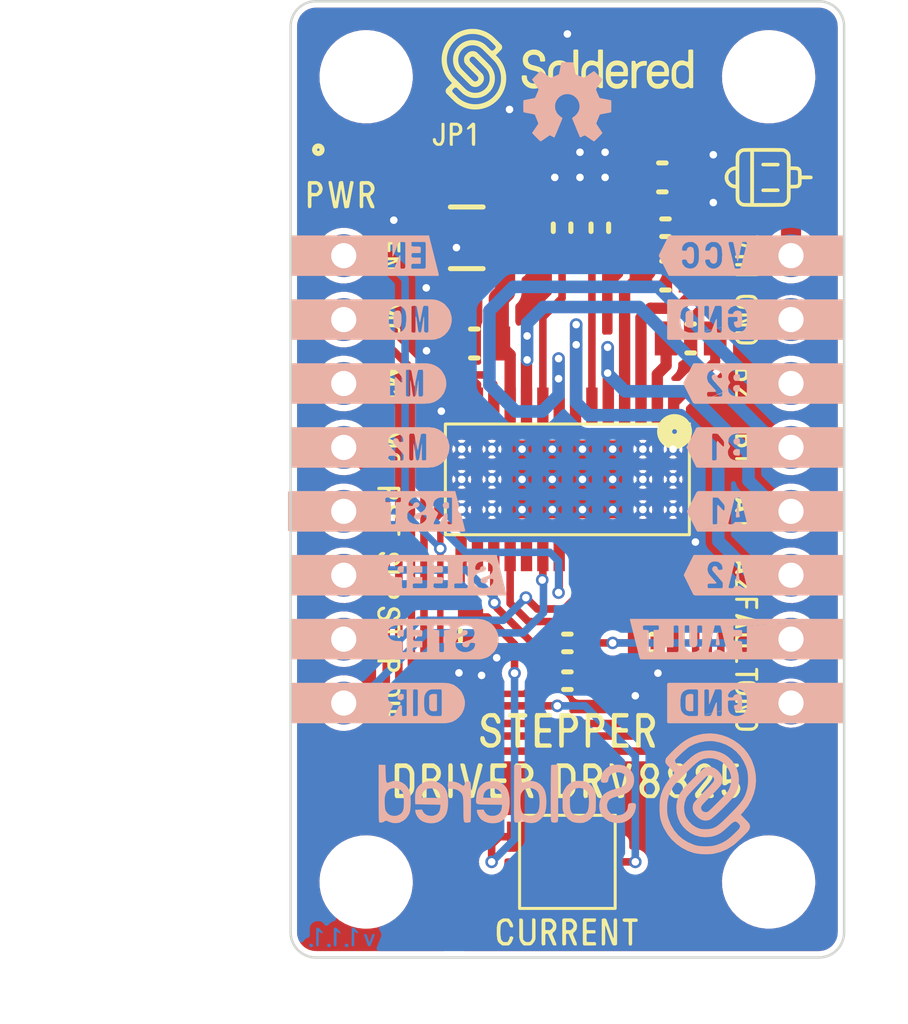
<source format=kicad_pcb>
(kicad_pcb (version 20210623) (generator pcbnew)
  (title_block (title "Stepper driver DRV8825") (date "2021-07-12") (rev "V1.1.1.") (company "SOLDERED") (comment 1 "333000"))
  (layers (0 "F.Cu" signal) (31 "B.Cu" signal) (34 "B.Paste" user) (35 "F.Paste" user) (36 "B.SilkS" user "B.Silkscreen") (37 "F.SilkS" user "F.Silkscreen") (38 "B.Mask" user) (39 "F.Mask" user) (44 "Edge.Cuts" user))
  (net 0 "")
  (net 1 "VMM")
  (net 2 "GND")
  (net 3 "3V3")
  (net 4 "~{EN}")
  (net 5 "MODE0")
  (net 6 "MODE1")
  (net 7 "MODE2")
  (net 8 "~{RESET}")
  (net 9 "~{SLEEP}")
  (net 10 "STEP")
  (net 11 "DIR")
  (net 12 "B2")
  (net 13 "B1")
  (net 14 "A1")
  (net 15 "A2")
  (net 16 "~{FAULT}")
  (net 17 "Net-(R1-Pad2)")
  (net 18 "Net-(R3-Pad2)")
  (net 19 "Net-(D1-Pad1)")
  (net 20 "Net-(R4-Pad2)")
  (net 21 "Net-(R5-Pad2)")
  (net 24 "DECAY")
  (net 25 "Net-(C4-Pad2)")
  (net 26 "Net-(C5-Pad1)")
  (net 27 "Net-(C5-Pad2)")
  (net 28 "Net-(JP1-Pad2)")
  (footprint "buzzardLabel" (layer "F.Cu") (at 99.112 124.65 -90)
    (fp_text reference "" (at 0 0 90) (layer "F.SilkS") (effects (font (size 1.27 1.27))))
    (fp_text value "" (at 0 0 90) (layer "F.SilkS") (effects (font (size 1.27 1.27))))
  )
  (footprint "e-radionica.com footprinti:HOLE_3.2mm" (layer "F.Cu") (at 100 147)
    (fp_text reference "H2" hide)
    (fp_text value "HOLE_3.2mm" hide)
    (pad "" np_thru_hole circle locked (at 0 0) (size 3.2 3.2) (drill 3.2) (layers F&B.Cu *.Mask))
  )
  (footprint "e-radionica.com footprinti:0603R" (layer "F.Cu") (at 92 137.5)
    (fp_text reference "R6")
    (fp_text value "10k")
    (pad "1" smd rect locked (at -0.775 0 90) (size 1 0.64) (layers "F.Cu" "F.Paste" "F.Mask") (net 9 "~{SLEEP}"))
    (pad "2" smd rect locked (at 0.775 0 90) (size 1 0.64) (layers "F.Cu" "F.Paste" "F.Mask") (net 16 "~{FAULT}"))
  )
  (footprint "buzzardLabel" (layer "F.Cu") (at 84.888 124.65 -90)
    (fp_text reference "" (at 0 0 90) (layer "F.SilkS") (effects (font (size 1.27 1.27))))
    (fp_text value "" (at 0 0 90) (layer "F.SilkS") (effects (font (size 1.27 1.27))))
  )
  (footprint "e-radionica.com footprinti:0805C" (layer "F.Cu") (at 95.9 122.9)
    (fp_text reference "C4")
    (fp_text value "CL21B104KCFNNNE")
    (pad "1" smd rect locked (at -0.975 0 90) (size 1.35 0.9) (layers "F.Cu" "F.Paste" "F.Mask") (net 1 "VMM"))
    (pad "2" smd rect locked (at 0.975 0 90) (size 1.35 0.9) (layers "F.Cu" "F.Paste" "F.Mask") (net 25 "Net-(C4-Pad2)"))
  )
  (footprint "e-radionica.com footprinti:DRV8825" (layer "F.Cu") (at 92 131 -90)
    (fp_text reference "U1")
    (fp_text value "DRV8825")
    (pad "1" smd rect locked (at -2.9 -4.225 270) (size 1.5 0.45) (layers "F.Cu" "F.Paste" "F.Mask") (net 27 "Net-(C5-Pad2)"))
    (pad "2" smd rect locked (at -2.9 -3.575 270) (size 1.5 0.45) (layers "F.Cu" "F.Paste" "F.Mask") (net 26 "Net-(C5-Pad1)"))
    (pad "3" smd rect locked (at -2.9 -2.925 270) (size 1.5 0.45) (layers "F.Cu" "F.Paste" "F.Mask") (net 25 "Net-(C4-Pad2)"))
    (pad "4" smd rect locked (at -2.9 -2.275 270) (size 1.5 0.45) (layers "F.Cu" "F.Paste" "F.Mask") (net 1 "VMM"))
    (pad "5" smd rect locked (at -2.9 -1.625 270) (size 1.5 0.45) (layers "F.Cu" "F.Paste" "F.Mask") (net 14 "A1"))
    (pad "6" smd rect locked (at -2.9 -0.975 270) (size 1.5 0.45) (layers "F.Cu" "F.Paste" "F.Mask") (net 17 "Net-(R1-Pad2)"))
    (pad "7" smd rect locked (at -2.9 -0.325 270) (size 1.5 0.45) (layers "F.Cu" "F.Paste" "F.Mask") (net 15 "A2"))
    (pad "8" smd rect locked (at -2.9 0.325 270) (size 1.5 0.45) (layers "F.Cu" "F.Paste" "F.Mask") (net 12 "B2"))
    (pad "9" smd rect locked (at -2.9 0.975 270) (size 1.5 0.45) (layers "F.Cu" "F.Paste" "F.Mask") (net 18 "Net-(R3-Pad2)"))
    (pad "10" smd rect locked (at -2.9 1.625 270) (size 1.5 0.45) (layers "F.Cu" "F.Paste" "F.Mask") (net 13 "B1"))
    (pad "11" smd rect locked (at -2.9 2.275 270) (size 1.5 0.45) (layers "F.Cu" "F.Paste" "F.Mask") (net 1 "VMM"))
    (pad "12" smd rect locked (at -2.9 2.925 270) (size 1.5 0.45) (layers "F.Cu" "F.Paste" "F.Mask") (net 20 "Net-(R4-Pad2)"))
    (pad "13" smd rect locked (at -2.9 3.575 270) (size 1.5 0.45) (layers "F.Cu" "F.Paste" "F.Mask") (net 20 "Net-(R4-Pad2)"))
    (pad "14" smd rect locked (at -2.9 4.225 270) (size 1.5 0.45) (layers "F.Cu" "F.Paste" "F.Mask") (net 2 "GND"))
    (pad "15" smd rect locked (at 2.9 4.225 270) (size 1.5 0.45) (layers "F.Cu" "F.Paste" "F.Mask") (net 3 "3V3"))
    (pad "16" smd rect locked (at 2.9 3.575 270) (size 1.5 0.45) (layers "F.Cu" "F.Paste" "F.Mask") (net 8 "~{RESET}"))
    (pad "17" smd rect locked (at 2.9 2.925 270) (size 1.5 0.45) (layers "F.Cu" "F.Paste" "F.Mask") (net 9 "~{SLEEP}"))
    (pad "18" smd rect locked (at 2.9 2.275 270) (size 1.5 0.45) (layers "F.Cu" "F.Paste" "F.Mask") (net 21 "Net-(R5-Pad2)"))
    (pad "19" smd rect locked (at 2.9 1.625 270) (size 1.5 0.45) (layers "F.Cu" "F.Paste" "F.Mask") (net 24 "DECAY"))
    (pad "20" smd rect locked (at 2.9 0.975 270) (size 1.5 0.45) (layers "F.Cu" "F.Paste" "F.Mask") (net 11 "DIR"))
    (pad "21" smd rect locked (at 2.9 0.325 270) (size 1.5 0.45) (layers "F.Cu" "F.Paste" "F.Mask") (net 4 "~{EN}"))
    (pad "22" smd rect locked (at 2.9 -0.325 270) (size 1.5 0.45) (layers "F.Cu" "F.Paste" "F.Mask") (net 10 "STEP"))
    (pad "23" smd rect locked (at 2.9 -0.975 270) (size 1.5 0.45) (layers "F.Cu" "F.Paste" "F.Mask"))
    (pad "24" smd rect locked (at 2.9 -1.625 270) (size 1.5 0.45) (layers "F.Cu" "F.Paste" "F.Mask") (net 5 "MODE0"))
    (pad "25" smd rect locked (at 2.9 -2.275 270) (size 1.5 0.45) (layers "F.Cu" "F.Paste" "F.Mask") (net 6 "MODE1"))
    (pad "26" smd rect locked (at 2.9 -2.925 270) (size 1.5 0.45) (layers "F.Cu" "F.Paste" "F.Mask") (net 7 "MODE2"))
    (pad "27" smd rect locked (at 2.9 -3.575 270) (size 1.5 0.45) (layers "F.Cu" "F.Paste" "F.Mask"))
    (pad "28" smd rect locked (at 2.9 -4.225 270) (size 1.5 0.45) (layers "F.Cu" "F.Paste" "F.Mask") (net 2 "GND"))
    (pad "29" thru_hole circle locked (at 1.2 3 270) (size 0.5 0.5) (drill 0.3) (layers *.Cu) (net 2 "GND"))
    (pad "29" thru_hole circle locked (at -1.2 -3 270) (size 0.5 0.5) (drill 0.3) (layers *.Cu) (net 2 "GND"))
    (pad "29" thru_hole circle locked (at 1.2 1.8 270) (size 0.5 0.5) (drill 0.3) (layers *.Cu) (net 2 "GND"))
    (pad "29" smd rect locked (at 0 0 270) (size 3.1 5.18) (layers "F.Cu" "F.Paste" "F.Mask") (net 2 "GND"))
    (pad "29" thru_hole circle locked (at 1.2 0.6 270) (size 0.5 0.5) (drill 0.3) (layers *.Cu) (net 2 "GND"))
    (pad "29" thru_hole circle locked (at -1.2 1.8 270) (size 0.5 0.5) (drill 0.3) (layers *.Cu) (net 2 "GND"))
    (pad "29" thru_hole circle locked (at 0 0.6 270) (size 0.5 0.5) (drill 0.3) (layers *.Cu) (net 2 "GND"))
    (pad "29" thru_hole circle locked (at -1.2 -4.2 270) (size 0.5 0.5) (drill 0.3) (layers *.Cu) (net 2 "GND"))
    (pad "29" thru_hole circle locked (at 0 -0.6 270) (size 0.5 0.5) (drill 0.3) (layers *.Cu) (net 2 "GND"))
    (pad "29" thru_hole circle locked (at -1.2 4.2 270) (size 0.5 0.5) (drill 0.3) (layers *.Cu) (net 2 "GND"))
    (pad "29" thru_hole circle locked (at 1.2 -0.6 270) (size 0.5 0.5) (drill 0.3) (layers *.Cu) (net 2 "GND"))
    (pad "29" thru_hole circle locked (at 0 -1.8 270) (size 0.5 0.5) (drill 0.3) (layers *.Cu) (net 2 "GND"))
    (pad "29" thru_hole circle locked (at 1.2 -3 270) (size 0.5 0.5) (drill 0.3) (layers *.Cu) (net 2 "GND"))
    (pad "29" thru_hole circle locked (at -1.2 -0.6 270) (size 0.5 0.5) (drill 0.3) (layers *.Cu) (net 2 "GND"))
    (pad "29" thru_hole circle locked (at 0 4.2 270) (size 0.5 0.5) (drill 0.3) (layers *.Cu) (net 2 "GND"))
    (pad "29" thru_hole circle locked (at 1.2 -4.2 270) (size 0.5 0.5) (drill 0.3) (layers *.Cu) (net 2 "GND"))
    (pad "29" thru_hole circle locked (at 1.2 4.2 270) (size 0.5 0.5) (drill 0.3) (layers *.Cu) (net 2 "GND"))
    (pad "29" thru_hole circle locked (at 0 -3 270) (size 0.5 0.5) (drill 0.3) (layers *.Cu) (net 2 "GND"))
    (pad "29" thru_hole circle locked (at 0 3 270) (size 0.5 0.5) (drill 0.3) (layers *.Cu) (net 2 "GND"))
    (pad "29" thru_hole circle locked (at -1.2 0.6 270) (size 0.5 0.5) (drill 0.3) (layers *.Cu) (net 2 "GND"))
    (pad "29" thru_hole circle locked (at 1.2 -1.8 270) (size 0.5 0.5) (drill 0.3) (layers *.Cu) (net 2 "GND"))
    (pad "29" thru_hole circle locked (at 0 -4.2 270) (size 0.5 0.5) (drill 0.3) (layers *.Cu) (net 2 "GND"))
    (pad "29" thru_hole circle locked (at -1.2 3 270) (size 0.5 0.5) (drill 0.3) (layers *.Cu) (net 2 "GND"))
    (pad "29" thru_hole circle locked (at 0 1.8 270) (size 0.5 0.5) (drill 0.3) (layers *.Cu) (net 2 "GND"))
    (pad "29" thru_hole circle locked (at -1.2 -1.8 270) (size 0.5 0.5) (drill 0.3) (layers *.Cu) (net 2 "GND"))
  )
  (footprint "buzzardLabel" (layer "F.Cu") (at 92 141)
    (fp_text reference "" (at 0 0) (layer "F.SilkS") (effects (font (size 1.27 1.27))))
    (fp_text value "" (at 0 0) (layer "F.SilkS") (effects (font (size 1.27 1.27))))
  )
  (footprint "buzzardLabel" (layer "F.Cu") (at 99.112 140 -90)
    (fp_text reference "" (at 0 0 90) (layer "F.SilkS") (effects (font (size 1.27 1.27))))
    (fp_text value "" (at 0 0 90) (layer "F.SilkS") (effects (font (size 1.27 1.27))))
  )
  (footprint "e-radionica.com footprinti:0603R" (layer "F.Cu") (at 93.29 121 -90)
    (fp_text reference "R1")
    (fp_text value "73L2R20G")
    (pad "1" smd rect locked (at -0.775 0) (size 1 0.64) (layers "F.Cu" "F.Paste" "F.Mask") (net 2 "GND"))
    (pad "2" smd rect locked (at 0.775 0) (size 1 0.64) (layers "F.Cu" "F.Paste" "F.Mask") (net 17 "Net-(R1-Pad2)"))
  )
  (footprint "Soldered Graphics:Logo-Back-SolderedFULL-15mm" (layer "F.Cu") (at 92 143.5)
    (fp_text reference "REF**" hide)
    (fp_text value "Logo-Front-SolderedFULL-15mm" hide)
  )
  (footprint "e-radionica.com footprinti:tc33x-2-103e" (layer "F.Cu") (at 92 146.2 -90)
    (fp_text reference "R4")
    (fp_text value "tc33x-2-104e")
    (pad "1" smd rect locked (at -1 1.8 270) (size 1.2 1.2) (layers "F.Cu" "F.Paste" "F.Mask") (net 3 "3V3"))
    (pad "2" smd rect locked (at 0 -1.45 270) (size 1.6 1.5) (layers "F.Cu" "F.Paste" "F.Mask") (net 20 "Net-(R4-Pad2)"))
    (pad "3" smd rect locked (at 1 1.8 270) (size 1.2 1.2) (layers "F.Cu" "F.Paste" "F.Mask") (net 2 "GND"))
  )
  (footprint "buzzardLabel" (layer "F.Cu") (at 84.888 134.81 -90)
    (fp_text reference "" (at 0 0 90) (layer "F.SilkS") (effects (font (size 1.27 1.27))))
    (fp_text value "" (at 0 0 90) (layer "F.SilkS") (effects (font (size 1.27 1.27))))
  )
  (footprint "buzzardLabel" (layer "F.Cu") (at 83 119.7)
    (fp_text reference "" (at 0 0) (layer "F.SilkS") (effects (font (size 1.27 1.27))))
    (fp_text value "" (at 0 0) (layer "F.SilkS") (effects (font (size 1.27 1.27))))
  )
  (footprint "e-radionica.com footprinti:0805C" (layer "F.Cu") (at 95.775 119 180)
    (fp_text reference "C3")
    (fp_text value "CL21B104KCFNNNE")
    (pad "1" smd rect locked (at -0.975 0 270) (size 1.35 0.9) (layers "F.Cu" "F.Paste" "F.Mask") (net 2 "GND"))
    (pad "2" smd rect locked (at 0.975 0 270) (size 1.35 0.9) (layers "F.Cu" "F.Paste" "F.Mask") (net 1 "VMM"))
  )
  (footprint "buzzardLabel" (layer "F.Cu") (at 84.888 122.11 -90)
    (fp_text reference "" (at 0 0 90) (layer "F.SilkS") (effects (font (size 1.27 1.27))))
    (fp_text value "" (at 0 0 90) (layer "F.SilkS") (effects (font (size 1.27 1.27))))
  )
  (footprint "buzzardLabel" (layer "F.Cu") (at 84.888 127.19 -90)
    (fp_text reference "" (at 0 0 90) (layer "F.SilkS") (effects (font (size 1.27 1.27))))
    (fp_text value "" (at 0 0 90) (layer "F.SilkS") (effects (font (size 1.27 1.27))))
  )
  (footprint "Soldered Graphics:Logo-Front-SolderedFULL-10mm" (layer "F.Cu") (at 92 114.7)
    (fp_text reference "G***" hide)
    (fp_text value "LOGO" hide)
  )
  (footprint "buzzardLabel" (layer "F.Cu") (at 99.112 137.35 -90)
    (fp_text reference "" (at 0 0 90) (layer "F.SilkS") (effects (font (size 1.27 1.27))))
    (fp_text value "" (at 0 0 90) (layer "F.SilkS") (effects (font (size 1.27 1.27))))
  )
  (footprint "buzzardLabel" (layer "F.Cu") (at 84.888 129.73 -90)
    (fp_text reference "" (at 0 0 90) (layer "F.SilkS") (effects (font (size 1.27 1.27))))
    (fp_text value "" (at 0 0 90) (layer "F.SilkS") (effects (font (size 1.27 1.27))))
  )
  (footprint "buzzardLabel" (layer "F.Cu") (at 84.888 137.35 -90)
    (fp_text reference "" (at 0 0 90) (layer "F.SilkS") (effects (font (size 1.27 1.27))))
    (fp_text value "" (at 0 0 90) (layer "F.SilkS") (effects (font (size 1.27 1.27))))
  )
  (footprint "e-radionica.com footprinti:0603R" (layer "F.Cu") (at 91.79 121 -90)
    (fp_text reference "R3")
    (fp_text value "73L2R20G")
    (pad "1" smd rect locked (at -0.775 0) (size 1 0.64) (layers "F.Cu" "F.Paste" "F.Mask") (net 2 "GND"))
    (pad "2" smd rect locked (at 0.775 0) (size 1 0.64) (layers "F.Cu" "F.Paste" "F.Mask") (net 18 "Net-(R3-Pad2)"))
  )
  (footprint "e-radionica.com footprinti:HOLE_3.2mm" (layer "F.Cu") (at 84 115)
    (fp_text reference "H3" hide)
    (fp_text value "HOLE_3.2mm" hide)
    (pad "" np_thru_hole circle locked (at 0 0) (size 3.2 3.2) (drill 3.2) (layers F&B.Cu *.Mask))
  )
  (footprint "e-radionica.com footprinti:0603C" (layer "F.Cu") (at 88.15 137.2 90)
    (fp_text reference "C6")
    (fp_text value "0.47uF")
    (pad "1" smd rect locked (at -0.73 0 90) (size 0.66 1) (layers "F.Cu" "F.Paste" "F.Mask") (net 2 "GND"))
    (pad "2" smd rect locked (at 0.73 0 90) (size 0.66 1) (layers "F.Cu" "F.Paste" "F.Mask") (net 3 "3V3"))
  )
  (footprint "e-radionica.com footprinti:0603R" (layer "F.Cu") (at 95.5 137.5)
    (fp_text reference "R5")
    (fp_text value "1.5k")
    (pad "1" smd rect locked (at -0.775 0 90) (size 1 0.64) (layers "F.Cu" "F.Paste" "F.Mask") (net 16 "~{FAULT}"))
    (pad "2" smd rect locked (at 0.775 0 90) (size 1 0.64) (layers "F.Cu" "F.Paste" "F.Mask") (net 21 "Net-(R5-Pad2)"))
  )
  (footprint "e-radionica.com footprinti:HOLE_3.2mm" (layer "F.Cu") (at 84 147)
    (fp_text reference "H4" hide)
    (fp_text value "HOLE_3.2mm" hide)
    (pad "" np_thru_hole circle locked (at 0 0) (size 3.2 3.2) (drill 3.2) (layers F&B.Cu *.Mask))
  )
  (footprint "e-radionica.com footprinti:SMD-JUMPER-CONNECTED_TRACE_SLODERMASK" (layer "F.Cu") (at 87.5 118.5 180)
    (fp_text reference "JP1")
    (fp_text value "SMD-JUMPER-CONNECTED_TRACE_SLODERMASK")
    (fp_poly (pts (xy 0.1 0.1) (xy -0.1 0.1) (xy -0.1 -0.1) (xy 0.1 -0.1)) (layer "F.Cu") (width 0.1) (fill solid))
    (pad "1" smd rect (at -0.35 0 180) (size 0.5 1) (layers "F.Cu" "F.Mask") (net 1 "VMM"))
    (pad "2" smd rect (at 0.35 0 180) (size 0.5 1) (layers "F.Cu" "F.Mask") (net 28 "Net-(JP1-Pad2)"))
  )
  (footprint "Soldered Graphics:Symbol-Front-Motor" (layer "F.Cu") (at 100 119 90)
    (fp_text reference "G***" hide)
    (fp_text value "LOGO" hide)
  )
  (footprint "buzzardLabel" (layer "F.Cu") (at 99.112 122.11 -90)
    (fp_text reference "" (at 0 0 90) (layer "F.SilkS") (effects (font (size 1.27 1.27))))
    (fp_text value "" (at 0 0 90) (layer "F.SilkS") (effects (font (size 1.27 1.27))))
  )
  (footprint "e-radionica.com footprinti:0805C" (layer "F.Cu") (at 88.3 125.6)
    (fp_text reference "C2")
    (fp_text value "CL21B104KCFNNNE")
    (pad "1" smd rect locked (at -0.975 0 90) (size 1.35 0.9) (layers "F.Cu" "F.Paste" "F.Mask") (net 2 "GND"))
    (pad "2" smd rect locked (at 0.975 0 90) (size 1.35 0.9) (layers "F.Cu" "F.Paste" "F.Mask") (net 1 "VMM"))
  )
  (footprint "buzzardLabel" (layer "F.Cu") (at 84.888 139.89 -90)
    (fp_text reference "" (at 0 0 90) (layer "F.SilkS") (effects (font (size 1.27 1.27))))
    (fp_text value "" (at 0 0 90) (layer "F.SilkS") (effects (font (size 1.27 1.27))))
  )
  (footprint "e-radionica.com footprinti:0603R" (layer "F.Cu") (at 95.9 121)
    (fp_text reference "R2")
    (fp_text value "1M")
    (pad "1" smd rect locked (at -0.775 0 90) (size 1 0.64) (layers "F.Cu" "F.Paste" "F.Mask") (net 1 "VMM"))
    (pad "2" smd rect locked (at 0.775 0 90) (size 1 0.64) (layers "F.Cu" "F.Paste" "F.Mask") (net 25 "Net-(C4-Pad2)"))
  )
  (footprint "buzzardLabel" (layer "F.Cu") (at 92 149)
    (fp_text reference "" (at 0 0) (layer "F.SilkS") (effects (font (size 1.27 1.27))))
    (fp_text value "" (at 0 0) (layer "F.SilkS") (effects (font (size 1.27 1.27))))
  )
  (footprint "buzzardLabel" (layer "F.Cu") (at 92 143)
    (fp_text reference "" (at 0 0) (layer "F.SilkS") (effects (font (size 1.27 1.27))))
    (fp_text value "" (at 0 0) (layer "F.SilkS") (effects (font (size 1.27 1.27))))
  )
  (footprint "e-radionica.com footprinti:HOLE_3.2mm" (layer "F.Cu") (at 100 115)
    (fp_text reference "H1" hide)
    (fp_text value "HOLE_3.2mm" hide)
    (pad "" np_thru_hole circle locked (at 0 0) (size 3.2 3.2) (drill 3.2) (layers F&B.Cu *.Mask))
  )
  (footprint "e-radionica.com footprinti:0402LED" (layer "F.Cu") (at 83 118.5 180)
    (fp_text reference "D1")
    (fp_text value "purple")
    (pad "1" smd rect locked (at -0.55 0 270) (size 0.75 0.45) (layers "F.Cu" "F.Paste" "F.Mask") (net 19 "Net-(D1-Pad1)"))
    (pad "2" smd rect locked (at 0.55 0 270) (size 0.75 0.45) (layers "F.Cu" "F.Paste" "F.Mask") (net 2 "GND"))
  )
  (footprint "buzzardLabel" (layer "F.Cu") (at 99.112 129.73 -90)
    (fp_text reference "" (at 0 0 90) (layer "F.SilkS") (effects (font (size 1.27 1.27))))
    (fp_text value "" (at 0 0 90) (layer "F.SilkS") (effects (font (size 1.27 1.27))))
  )
  (footprint "Soldered Graphics:Logo-Back-OSH-3.5mm" (layer "F.Cu") (at 92 116)
    (fp_text reference "G***" hide)
    (fp_text value "LOGO" hide)
  )
  (footprint "e-radionica.com footprinti:FIDUCIAL_23" (layer "F.Cu") (at 87.5 148)
    (fp_text reference "FD1")
    (fp_text value "FIDUCIAL")
    (fp_circle (center 0 0) (end 1 0) (layer "F.Cu") (width 0.2) (fill none))
    (pad "1" smd circle (at 0 0) (size 1 1) (layers "F.Cu" "F.Paste" "F.Mask") (clearance 1.1))
  )
  (footprint "e-radionica.com footprinti:0402R" (layer "F.Cu") (at 85.3 118.5 180)
    (fp_text reference "R7")
    (fp_text value "2k2")
    (pad "1" smd rect locked (at -0.5 0 270) (size 0.64 0.54) (layers "F.Cu" "F.Paste" "F.Mask") (net 28 "Net-(JP1-Pad2)"))
    (pad "2" smd rect locked (at 0.5 0 270) (size 0.64 0.54) (layers "F.Cu" "F.Paste" "F.Mask") (net 19 "Net-(D1-Pad1)"))
  )
  (footprint "e-radionica.com footprinti:0805C" (layer "F.Cu") (at 96.9 125.4)
    (fp_text reference "C5")
    (fp_text value "08051C103KAT2A")
    (pad "1" smd rect locked (at -0.975 0 90) (size 1.35 0.9) (layers "F.Cu" "F.Paste" "F.Mask") (net 26 "Net-(C5-Pad1)"))
    (pad "2" smd rect locked (at 0.975 0 90) (size 1.35 0.9) (layers "F.Cu" "F.Paste" "F.Mask") (net 27 "Net-(C5-Pad2)"))
  )
  (footprint "buzzardLabel" (layer "F.Cu") (at 84.888 132.27 -90)
    (fp_text reference "" (at 0 0 90) (layer "F.SilkS") (effects (font (size 1.27 1.27))))
    (fp_text value "" (at 0 0 90) (layer "F.SilkS") (effects (font (size 1.27 1.27))))
  )
  (footprint "e-radionica.com footprinti:1210C" (layer "F.Cu") (at 88 121.4)
    (fp_text reference "C1")
    (fp_text value "12101C335K4T2A")
    (pad "1" smd rect locked (at -1.525 0 90) (size 2.65 1.2) (layers "F.Cu" "F.Paste" "F.Mask") (net 2 "GND"))
    (pad "2" smd rect locked (at 1.525 0 90) (size 2.65 1.2) (layers "F.Cu" "F.Paste" "F.Mask") (net 1 "VMM"))
  )
  (footprint "buzzardLabel" (layer "F.Cu") (at 99.112 127.19 -90)
    (fp_text reference "" (at 0 0 90) (layer "F.SilkS") (effects (font (size 1.27 1.27))))
    (fp_text value "" (at 0 0 90) (layer "F.SilkS") (effects (font (size 1.27 1.27))))
  )
  (footprint "buzzardLabel" (layer "F.Cu") (at 99.112 134.81 -90)
    (fp_text reference "" (at 0 0 90) (layer "F.SilkS") (effects (font (size 1.27 1.27))))
    (fp_text value "" (at 0 0 90) (layer "F.SilkS") (effects (font (size 1.27 1.27))))
  )
  (footprint "buzzardLabel" (layer "F.Cu") (at 99.112 132.27 -90)
    (fp_text reference "" (at 0 0 90) (layer "F.SilkS") (effects (font (size 1.27 1.27))))
    (fp_text value "" (at 0 0 90) (layer "F.SilkS") (effects (font (size 1.27 1.27))))
  )
  (footprint "e-radionica.com footprinti:0603R" (layer "F.Cu") (at 92 139)
    (fp_text reference "R8")
    (fp_text value "10k")
    (pad "1" smd rect locked (at -0.775 0 90) (size 1 0.64) (layers "F.Cu" "F.Paste" "F.Mask") (net 8 "~{RESET}"))
    (pad "2" smd rect locked (at 0.775 0 90) (size 1 0.64) (layers "F.Cu" "F.Paste" "F.Mask") (net 16 "~{FAULT}"))
  )
  (footprint "buzzardLabel" (layer "F.Cu") (at 87.5 117.3)
    (fp_text reference "" (at 0 0) (layer "F.SilkS") (effects (font (size 1.27 1.27))))
    (fp_text value "" (at 0 0) (layer "F.SilkS") (effects (font (size 1.27 1.27))))
  )
  (footprint "buzzardLabel" (layer "B.Cu") (at 80.6 134.81 180)
    (fp_text reference "" (at 0 0) (layer "B.SilkS") (effects (font (size 1.27 1.27)) (justify mirror)))
    (fp_text value "" (at 0 0) (layer "B.SilkS") (effects (font (size 1.27 1.27)) (justify mirror)))
  )
  (footprint "buzzardLabel" (layer "B.Cu") (at 80.5 132.27 180)
    (fp_text reference "" (at 0 0) (layer "B.SilkS") (effects (font (size 1.27 1.27)) (justify mirror)))
    (fp_text value "" (at 0 0) (layer "B.SilkS") (effects (font (size 1.27 1.27)) (justify mirror)))
  )
  (footprint "buzzardLabel" (layer "B.Cu") (at 103.4 122.11 180)
    (fp_text reference "" (at 0 0) (layer "B.SilkS") (effects (font (size 1.27 1.27)) (justify mirror)))
    (fp_text value "" (at 0 0) (layer "B.SilkS") (effects (font (size 1.27 1.27)) (justify mirror)))
  )
  (footprint "buzzardLabel" (layer "B.Cu") (at 103.4 129.73 180)
    (fp_text reference "" (at 0 0) (layer "B.SilkS") (effects (font (size 1.27 1.27)) (justify mirror)))
    (fp_text value "" (at 0 0) (layer "B.SilkS") (effects (font (size 1.27 1.27)) (justify mirror)))
  )
  (footprint "buzzardLabel" (layer "B.Cu") (at 80.6 129.73 180)
    (fp_text reference "" (at 0 0) (layer "B.SilkS") (effects (font (size 1.27 1.27)) (justify mirror)))
    (fp_text value "" (at 0 0) (layer "B.SilkS") (effects (font (size 1.27 1.27)) (justify mirror)))
  )
  (footprint "buzzardLabel" (layer "B.Cu") (at 103.4 132.27 180)
    (fp_text reference "" (at 0 0) (layer "B.SilkS") (effects (font (size 1.27 1.27)) (justify mirror)))
    (fp_text value "" (at 0 0) (layer "B.SilkS") (effects (font (size 1.27 1.27)) (justify mirror)))
  )
  (footprint "e-radionica.com footprinti:HEADER_MALE_8X1" (layer "B.Cu") (at 83.11 131 90)
    (fp_text reference "K1")
    (fp_text value "HEADER_MALE_8X1")
    (pad "1" thru_hole circle locked (at -8.89 0 90) (size 1.7 1.7) (drill 1) (layers *.Cu *.Mask) (net 11 "DIR"))
    (pad "2" thru_hole circle locked (at -6.35 0 90) (size 1.7 1.7) (drill 1) (layers *.Cu *.Mask) (net 10 "STEP"))
    (pad "3" thru_hole circle locked (at -3.81 0 90) (size 1.7 1.7) (drill 1) (layers *.Cu *.Mask) (net 9 "~{SLEEP}"))
    (pad "4" thru_hole circle locked (at -1.27 0 90) (size 1.7 1.7) (drill 1) (layers *.Cu *.Mask) (net 8 "~{RESET}"))
    (pad "5" thru_hole circle locked (at 1.27 0 90) (size 1.7 1.7) (drill 1) (layers *.Cu *.Mask) (net 7 "MODE2"))
    (pad "6" thru_hole circle locked (at 3.81 0 90) (size 1.7 1.7) (drill 1) (layers *.Cu *.Mask) (net 6 "MODE1"))
    (pad "7" thru_hole circle locked (at 6.35 0 90) (size 1.7 1.7) (drill 1) (layers *.Cu *.Mask) (net 5 "MODE0"))
    (pad "8" thru_hole circle locked (at 8.89 0 90) (size 1.7 1.7) (drill 1) (layers *.Cu *.Mask) (net 4 "~{EN}"))
  )
  (footprint "buzzardLabel" (layer "B.Cu") (at 103.4 137.35 180)
    (fp_text reference "" (at 0 0) (layer "B.SilkS") (effects (font (size 1.27 1.27)) (justify mirror)))
    (fp_text value "" (at 0 0) (layer "B.SilkS") (effects (font (size 1.27 1.27)) (justify mirror)))
  )
  (footprint "buzzardLabel" (layer "B.Cu") (at 80.6 127.19 180)
    (fp_text reference "" (at 0 0) (layer "B.SilkS") (effects (font (size 1.27 1.27)) (justify mirror)))
    (fp_text value "" (at 0 0) (layer "B.SilkS") (effects (font (size 1.27 1.27)) (justify mirror)))
  )
  (footprint "Soldered Graphics:Version1.1.1." (layer "B.Cu") (at 83 149.2 180)
    (fp_text reference "REF**" hide)
    (fp_text value "Version1.1.1." hide)
    (fp_poly (pts (xy -0.5 -0.35) (xy -0.44 -0.35) (xy -0.43 -0.31) (xy -0.43 0.35) (xy -0.46 0.38) (xy -0.52 0.38) (xy -0.55 0.34) (xy -0.67 0.22) (xy -0.68 0.17) (xy -0.65 0.16) (xy -0.56 0.22) (xy -0.52 0.23) (xy -0.52 -0.31) (xy -0.5 -0.35)) (layer "B.Cu") (width 0.01) (fill solid))
    (fp_poly (pts (xy 0.91 -0.35) (xy 0.96 -0.35) (xy 0.98 -0.31) (xy 0.98 0.35) (xy 0.95 0.38) (xy 0.89 0.38) (xy 0.86 0.34) (xy 0.74 0.22) (xy 0.73 0.17) (xy 0.76 0.16) (xy 0.85 0.22) (xy 0.89 0.23) (xy 0.89 -0.31) (xy 0.91 -0.35)) (layer "B.Cu") (width 0.01) (fill solid))
    (fp_poly (pts (xy -1.15 -0.35) (xy -1.1 -0.35) (xy -1.07 -0.31) (xy -0.92 0.1) (xy -0.94 0.13) (xy -0.99 0.13) (xy -1.02 0.1) (xy -1.11 -0.16) (xy -1.13 -0.21) (xy -1.15 -0.17) (xy -1.24 0.09) (xy -1.26 0.13) (xy -1.32 0.13) (xy -1.34 0.1) (xy -1.18 -0.31) (xy -1.15 -0.35)) (layer "B.Cu") (width 0.01) (fill solid))
    (fp_poly (pts (xy -0.27 -0.38) (xy -0.22 -0.38) (xy -0.17 -0.37) (xy -0.16 -0.33) (xy -0.16 -0.27) (xy -0.21 -0.26) (xy -0.26 -0.26) (xy -0.29 -0.29) (xy -0.29 -0.34) (xy -0.27 -0.38)) (layer "B.Cu") (width 0.01) (fill solid))
    (fp_poly (pts (xy 0.43 -0.38) (xy 0.48 -0.38) (xy 0.54 -0.37) (xy 0.54 -0.33) (xy 0.54 -0.27) (xy 0.5 -0.26) (xy 0.45 -0.26) (xy 0.42 -0.29) (xy 0.42 -0.34) (xy 0.43 -0.38)) (layer "B.Cu") (width 0.01) (fill solid))
    (fp_poly (pts (xy 0.21 -0.35) (xy 0.26 -0.35) (xy 0.28 -0.31) (xy 0.28 0.35) (xy 0.24 0.38) (xy 0.19 0.38) (xy 0.15 0.34) (xy 0.04 0.22) (xy 0.02 0.17) (xy 0.05 0.16) (xy 0.14 0.22) (xy 0.18 0.23) (xy 0.18 -0.31) (xy 0.21 -0.35)) (layer "B.Cu") (width 0.01) (fill solid))
    (fp_poly (pts (xy 1.14 -0.38) (xy 1.19 -0.38) (xy 1.24 -0.37) (xy 1.25 -0.33) (xy 1.25 -0.27) (xy 1.2 -0.26) (xy 1.15 -0.26) (xy 1.12 -0.29) (xy 1.12 -0.34) (xy 1.14 -0.38)) (layer "B.Cu") (width 0.01) (fill solid))
  )
  (footprint "buzzardLabel" (layer "B.Cu") (at 80.6 139.89 180)
    (fp_text reference "" (at 0 0) (layer "B.SilkS") (effects (font (size 1.27 1.27)) (justify mirror)))
    (fp_text value "" (at 0 0) (layer "B.SilkS") (effects (font (size 1.27 1.27)) (justify mirror)))
  )
  (footprint "buzzardLabel" (layer "B.Cu") (at 80.6 124.65 180)
    (fp_text reference "" (at 0 0) (layer "B.SilkS") (effects (font (size 1.27 1.27)) (justify mirror)))
    (fp_text value "" (at 0 0) (layer "B.SilkS") (effects (font (size 1.27 1.27)) (justify mirror)))
  )
  (footprint "buzzardLabel" (layer "B.Cu") (at 103.4 134.81 180)
    (fp_text reference "" (at 0 0) (layer "B.SilkS") (effects (font (size 1.27 1.27)) (justify mirror)))
    (fp_text value "" (at 0 0) (layer "B.SilkS") (effects (font (size 1.27 1.27)) (justify mirror)))
  )
  (footprint "buzzardLabel" (layer "B.Cu") (at 80.6 122.11 180)
    (fp_text reference "" (at 0 0) (layer "B.SilkS") (effects (font (size 1.27 1.27)) (justify mirror)))
    (fp_text value "" (at 0 0) (layer "B.SilkS") (effects (font (size 1.27 1.27)) (justify mirror)))
  )
  (footprint "buzzardLabel" (layer "B.Cu") (at 103.4 124.65 180)
    (fp_text reference "" (at 0 0) (layer "B.SilkS") (effects (font (size 1.27 1.27)) (justify mirror)))
    (fp_text value "" (at 0 0) (layer "B.SilkS") (effects (font (size 1.27 1.27)) (justify mirror)))
  )
  (footprint "buzzardLabel" (layer "B.Cu") (at 80.6 137.35 180)
    (fp_text reference "" (at 0 0) (layer "B.SilkS") (effects (font (size 1.27 1.27)) (justify mirror)))
    (fp_text value "" (at 0 0) (layer "B.SilkS") (effects (font (size 1.27 1.27)) (justify mirror)))
  )
  (footprint "buzzardLabel" (layer "B.Cu") (at 103.4 127.19 180)
    (fp_text reference "" (at 0 0) (layer "B.SilkS") (effects (font (size 1.27 1.27)) (justify mirror)))
    (fp_text value "" (at 0 0) (layer "B.SilkS") (effects (font (size 1.27 1.27)) (justify mirror)))
  )
  (footprint "buzzardLabel" (layer "B.Cu") (at 103.4 139.89 180)
    (fp_text reference "" (at 0 0) (layer "B.SilkS") (effects (font (size 1.27 1.27)) (justify mirror)))
    (fp_text value "" (at 0 0) (layer "B.SilkS") (effects (font (size 1.27 1.27)) (justify mirror)))
  )
  (footprint "e-radionica.com footprinti:HEADER_MALE_8X1" (layer "B.Cu") (at 100.89 131 90)
    (fp_text reference "K2")
    (fp_text value "HEADER_MALE_8X1")
    (pad "1" thru_hole circle locked (at -8.89 0 90) (size 1.7 1.7) (drill 1) (layers *.Cu *.Mask) (net 2 "GND"))
    (pad "2" thru_hole circle locked (at -6.35 0 90) (size 1.7 1.7) (drill 1) (layers *.Cu *.Mask) (net 16 "~{FAULT}"))
    (pad "3" thru_hole circle locked (at -3.81 0 90) (size 1.7 1.7) (drill 1) (layers *.Cu *.Mask) (net 15 "A2"))
    (pad "4" thru_hole circle locked (at -1.27 0 90) (size 1.7 1.7) (drill 1) (layers *.Cu *.Mask) (net 14 "A1"))
    (pad "5" thru_hole circle locked (at 1.27 0 90) (size 1.7 1.7) (drill 1) (layers *.Cu *.Mask) (net 13 "B1"))
    (pad "6" thru_hole circle locked (at 3.81 0 90) (size 1.7 1.7) (drill 1) (layers *.Cu *.Mask) (net 12 "B2"))
    (pad "7" thru_hole circle locked (at 6.35 0 90) (size 1.7 1.7) (drill 1) (layers *.Cu *.Mask) (net 2 "GND"))
    (pad "8" thru_hole circle locked (at 8.89 0 90) (size 1.7 1.7) (drill 1) (layers *.Cu *.Mask) (net 1 "VMM"))
  )
  (gr_line (start 81 149) (end 81 113) (layer "Edge.Cuts") (width 0.1))
  (gr_line (start 103 113) (end 103 149) (layer "Edge.Cuts") (width 0.1))
  (gr_line (start 82 112) (end 102 112) (layer "Edge.Cuts") (width 0.1))
  (gr_arc (start 82 113) (end 81 113) (angle 90) (layer "Edge.Cuts") (width 0.1))
  (gr_line (start 102 150) (end 82 150) (layer "Edge.Cuts") (width 0.1))
  (gr_arc (start 102 149) (end 102 150) (angle -90) (layer "Edge.Cuts") (width 0.1))
  (gr_arc (start 102 113) (end 102 112) (angle 90) (layer "Edge.Cuts") (width 0.1))
  (gr_arc (start 82 149) (end 82 150) (angle 90) (layer "Edge.Cuts") (width 0.1))
  (segment (start 94.275 123.525) (end 94.9 122.9) (width 0.45) (layer "F.Cu") (net 1))
  (segment (start 89.725 126.05) (end 89.275 125.6) (width 0.45) (layer "F.Cu") (net 1))
  (segment (start 95.8 116.9) (end 91.48 116.9) (width 0.8) (layer "F.Cu") (net 1))
  (segment (start 95.8 116.9) (end 94.8 117.9) (width 0.8) (layer "F.Cu") (net 1))
  (segment (start 89.275 123.805) (end 89.275 125.6) (width 0.8) (layer "F.Cu") (net 1))
  (segment (start 98.1 116.9) (end 95.8 116.9) (width 0.8) (layer "F.Cu") (net 1))
  (segment (start 90.24 118.14) (end 89.525 118.855) (width 0.8) (layer "F.Cu") (net 1))
  (segment (start 94.9 122.9) (end 94.925 122.9) (width 0.45) (layer "F.Cu") (net 1))
  (segment (start 91.48 116.9) (end 90.24 118.14) (width 0.8) (layer "F.Cu") (net 1))
  (segment (start 100.89 122.11) (end 100.89 119.69) (width 0.8) (layer "F.Cu") (net 1))
  (segment (start 94.275 128.1) (end 94.275 123.525) (width 0.45) (layer "F.Cu") (net 1))
  (segment (start 89.725 128.1) (end 89.725 126.05) (width 0.45) (layer "F.Cu") (net 1))
  (segment (start 95.125 122.7) (end 94.925 122.9) (width 0.8) (layer "F.Cu") (net 1))
  (segment (start 100.89 119.69) (end 98.1 116.9) (width 0.8) (layer "F.Cu") (net 1))
  (segment (start 89.88 118.5) (end 90.24 118.14) (width 0.25) (layer "F.Cu") (net 1))
  (segment (start 95.125 121) (end 95.125 119.325) (width 0.8) (layer "F.Cu") (net 1))
  (segment (start 89.525 118.855) (end 89.525 123.555) (width 0.8) (layer "F.Cu") (net 1))
  (segment (start 89.525 123.555) (end 89.275 123.805) (width 0.8) (layer "F.Cu") (net 1))
  (segment (start 87.85 118.5) (end 89.88 118.5) (width 0.25) (layer "F.Cu") (net 1))
  (segment (start 94.8 117.9) (end 94.8 119) (width 0.8) (layer "F.Cu") (net 1))
  (segment (start 95.125 119.325) (end 94.8 119) (width 0.8) (layer "F.Cu") (net 1))
  (segment (start 95.125 121) (end 95.125 122.7) (width 0.8) (layer "F.Cu") (net 1))
  (segment (start 87.05 120.25) (end 87 120.3) (width 0.3) (layer "F.Cu") (net 2))
  (via (at 85.1 120.7) (size 0.5) (drill 0.3) (layers "F.Cu" "B.Cu") (net 2))
  (via (at 92.5 119) (size 0.5) (drill 0.3) (layers "F.Cu" "B.Cu") (net 2))
  (via (at 93.5 119) (size 0.5) (drill 0.3) (layers "F.Cu" "B.Cu") (net 2))
  (via (at 97.8 120) (size 0.5) (drill 0.3) (layers "F.Cu" "B.Cu") (net 2))
  (via (at 86.3995 125.89) (size 0.5) (drill 0.3) (layers "F.Cu" "B.Cu") (net 2))
  (via (at 93.5 118) (size 0.5) (drill 0.3) (layers "F.Cu" "B.Cu") (net 2))
  (via (at 87.59 121.79) (size 0.5) (drill 0.3) (layers "F.Cu" "B.Cu") (net 2))
  (via (at 87.69 138.69) (size 0.5) (drill 0.3) (layers "F.Cu" "B.Cu") (net 2))
  (via (at 97.8 118.1) (size 0.5) (drill 0.3) (layers "F.Cu" "B.Cu") (net 2))
  (via (at 88.59 138.79) (size 0.5) (drill 0.3) (layers "F.Cu" "B.Cu") (net 2))
  (via (at 89.19 138.09) (size 0.5) (drill 0.3) (layers "F.Cu" "B.Cu") (net 2))
  (via (at 89.7 116.3) (size 0.5) (drill 0.3) (layers "F.Cu" "B.Cu") (net 2))
  (via (at 91.5 119) (size 0.5) (drill 0.3) (layers "F.Cu" "B.Cu") (net 2))
  (via (at 92.5 118) (size 0.5) (drill 0.3) (layers "F.Cu" "B.Cu") (net 2))
  (via (at 92 113.3) (size 0.5) (drill 0.3) (layers "F.Cu" "B.Cu") (net 2))
  (via (at 86.39 123.39) (size 0.5) (drill 0.3) (layers "F.Cu" "B.Cu") (net 2))
  (via (at 94.7 139.6) (size 0.5) (drill 0.3) (layers "F.Cu" "B.Cu") (net 2))
  (via (at 86.99 128.29) (size 0.5) (drill 0.3) (layers "F.Cu" "B.Cu") (net 2))
  (via (at 95.6 138.7) (size 0.5) (drill 0.3) (layers "F.Cu" "B.Cu") (net 2))
  (via (at 97.09 133.49) (size 0.5) (drill 0.3) (layers "F.Cu" "B.Cu") (net 2))
  (segment (start 88.99 145.51) (end 89.3 145.2) (width 0.3) (layer "F.Cu") (net 3))
  (segment (start 88.99 146.2) (end 88.99 145.51) (width 0.3) (layer "F.Cu") (net 3))
  (segment (start 89.3 145.2) (end 90.2 145.2) (width 0.3) (layer "F.Cu") (net 3))
  (segment (start 89.9 138.7) (end 89.9 137.55) (width 0.3) (layer "F.Cu") (net 3))
  (segment (start 87.775 136.095) (end 88.15 136.47) (width 0.3) (layer "F.Cu") (net 3))
  (segment (start 88.82 136.47) (end 88.15 136.47) (width 0.3) (layer "F.Cu") (net 3))
  (segment (start 87.775 133.9) (end 87.775 136.095) (width 0.3) (layer "F.Cu") (net 3))
  (segment (start 87.77 133.905) (end 87.775 133.9) (width 0.3) (layer "F.Cu") (net 3))
  (segment (start 89.9 137.55) (end 88.82 136.47) (width 0.3) (layer "F.Cu") (net 3))
  (via (at 88.99 146.2) (size 0.5) (drill 0.3) (layers "F.Cu" "B.Cu") (net 3))
  (via (at 89.9 138.7) (size 0.5) (drill 0.3) (layers "F.Cu" "B.Cu") (net 3))
  (segment (start 89.9 145.3) (end 89 146.2) (width 0.3) (layer "B.Cu") (net 3))
  (segment (start 89.9 138.7) (end 89.9 145.3) (width 0.3) (layer "B.Cu") (net 3))
  (segment (start 89 146.2) (end 88.99 146.2) (width 0.3) (layer "B.Cu") (net 3))
  (segment (start 91.675 135.475) (end 91.675 133.9) (width 0.3) (layer "F.Cu") (net 4))
  (segment (start 91.65 135.5) (end 91.675 135.475) (width 0.3) (layer "F.Cu") (net 4))
  (via (at 91.65 135.5) (size 0.5) (drill 0.3) (layers "F.Cu" "B.Cu") (net 4))
  (segment (start 85.55 131.5) (end 85.55 123.05) (width 0.3) (layer "B.Cu") (net 4))
  (segment (start 91.65 134.25) (end 91.3 133.9) (width 0.3) (layer "B.Cu") (net 4))
  (segment (start 91.65 135.5) (end 91.65 134.25) (width 0.3) (layer "B.Cu") (net 4))
  (segment (start 85.55 123.05) (end 84.61 122.11) (width 0.3) (layer "B.Cu") (net 4))
  (segment (start 91.3 133.9) (end 87.95 133.9) (width 0.3) (layer "B.Cu") (net 4))
  (segment (start 87.95 133.9) (end 85.55 131.5) (width 0.3) (layer "B.Cu") (net 4))
  (segment (start 84.61 122.11) (end 83.11 122.11) (width 0.3) (layer "B.Cu") (net 4))
  (segment (start 97.1 136.6) (end 97.1 138.7) (width 0.3) (layer "F.Cu") (net 5))
  (segment (start 95.09952 140.70048) (end 87.313336 140.70048) (width 0.3) (layer "F.Cu") (net 5))
  (segment (start 93.625 133.9) (end 93.625 135.275) (width 0.3) (layer "F.Cu") (net 5))
  (segment (start 93.625 135.275) (end 94.45 136.1) (width 0.3) (layer "F.Cu") (net 5))
  (segment (start 94.45 136.1) (end 96.6 136.1) (width 0.3) (layer "F.Cu") (net 5))
  (segment (start 87.313336 140.70048) (end 85.80002 139.187164) (width 0.3) (layer "F.Cu") (net 5))
  (segment (start 85.80002 126.60002) (end 83.85 124.65) (width 0.3) (layer "F.Cu") (net 5))
  (segment (start 96.6 136.1) (end 97.1 136.6) (width 0.3) (layer "F.Cu") (net 5))
  (segment (start 85.80002 139.187164) (end 85.80002 126.60002) (width 0.3) (layer "F.Cu") (net 5))
  (segment (start 83.85 124.65) (end 83.11 124.65) (width 0.3) (layer "F.Cu") (net 5))
  (segment (start 97.1 138.7) (end 95.09952 140.70048) (width 0.3) (layer "F.Cu") (net 5))
  (segment (start 87.106428 141.2) (end 85.3 139.393572) (width 0.3) (layer "F.Cu") (net 6))
  (segment (start 94.275 135.217864) (end 94.657116 135.59998) (width 0.3) (layer "F.Cu") (net 6))
  (segment (start 94.275 133.9) (end 94.275 135.217864) (width 0.3) (layer "F.Cu") (net 6))
  (segment (start 96.807116 135.59998) (end 97.60002 136.392884) (width 0.3) (layer "F.Cu") (net 6))
  (segment (start 84.44 127.19) (end 83.11 127.19) (width 0.3) (layer "F.Cu") (net 6))
  (segment (start 95.307136 141.2) (end 87.106428 141.2) (width 0.3) (layer "F.Cu") (net 6))
  (segment (start 97.60002 136.392884) (end 97.60002 138.907116) (width 0.3) (layer "F.Cu") (net 6))
  (segment (start 85.3 128.05) (end 84.44 127.19) (width 0.3) (layer "F.Cu") (net 6))
  (segment (start 85.3 139.393572) (end 85.3 128.05) (width 0.3) (layer "F.Cu") (net 6))
  (segment (start 97.60002 138.907116) (end 95.307136 141.2) (width 0.3) (layer "F.Cu") (net 6))
  (segment (start 94.657116 135.59998) (end 96.807116 135.59998) (width 0.3) (layer "F.Cu") (net 6))
  (segment (start 84.8 139.6) (end 84.8 131.42) (width 0.3) (layer "F.Cu") (net 7))
  (segment (start 94.925 133.9) (end 94.925 134.875) (width 0.3) (layer "F.Cu") (net 7))
  (segment (start 95.414272 141.8) (end 87 141.8) (width 0.3) (layer "F.Cu") (net 7))
  (segment (start 84.8 131.42) (end 83.11 129.73) (width 0.3) (layer "F.Cu") (net 7))
  (segment (start 98.10004 139.114232) (end 95.414272 141.8) (width 0.3) (layer "F.Cu") (net 7))
  (segment (start 94.925 134.875) (end 95.14996 135.09996) (width 0.3) (layer "F.Cu") (net 7))
  (segment (start 87 141.8) (end 84.8 139.6) (width 0.3) (layer "F.Cu") (net 7))
  (segment (start 98.10004 136.185768) (end 98.10004 139.114232) (width 0.3) (layer "F.Cu") (net 7))
  (segment (start 97.014232 135.09996) (end 98.10004 136.185768) (width 0.3) (layer "F.Cu") (net 7))
  (segment (start 95.14996 135.09996) (end 97.014232 135.09996) (width 0.3) (layer "F.Cu") (net 7))
  (segment (start 90.3 139.52348) (end 90.82348 139) (width 0.254) (layer "F.Cu") (net 8))
  (segment (start 86.95 133.75) (end 86.95 133.1) (width 0.254) (layer "F.Cu") (net 8))
  (segment (start 86.95 138.95) (end 87.52348 139.52348) (width 0.254) (layer "F.Cu") (net 8))
  (segment (start 87.25 132.8) (end 88.2 132.8) (width 0.254) (layer "F.Cu") (net 8))
  (segment (start 87.52348 139.52348) (end 90.3 139.52348) (width 0.254) (layer "F.Cu") (net 8))
  (segment (start 88.2 132.8) (end 88.425 133.025) (width 0.254) (layer "F.Cu") (net 8))
  (segment (start 86.95 133.1) (end 87.25 132.8) (width 0.254) (layer "F.Cu") (net 8))
  (segment (start 90.82348 139) (end 91.225 139) (width 0.254) (layer "F.Cu") (net 8))
  (segment (start 86.95 133.75) (end 86.95 138.95) (width 0.254) (layer "F.Cu") (net 8))
  (segment (start 88.425 133.025) (end 88.425 133.9) (width 0.254) (layer "F.Cu") (net 8))
  (via (at 86.95 133.75) (size 0.5) (drill 0.3) (layers "F.Cu" "B.Cu") (net 8))
  (segment (start 85.47 132.27) (end 86.95 133.75) (width 0.254) (layer "B.Cu") (net 8))
  (segment (start 83.11 132.27) (end 85.47 132.27) (width 0.254) (layer "B.Cu") (net 8))
  (segment (start 89.075 133.9) (end 89.075 135.875) (width 0.3) (layer "F.Cu") (net 9))
  (segment (start 89.22498 136.12498) (end 89.22498 136.132116) (width 0.3) (layer "F.Cu") (net 9))
  (segment (start 90.6 137.5) (end 91.225 137.5) (width 0.3) (layer "F.Cu") (net 9))
  (segment (start 89.1 135.9) (end 89.1 136) (width 0.3) (layer "F.Cu") (net 9))
  (segment (start 89.22498 136.132116) (end 90.242884 137.15002) (width 0.3) (layer "F.Cu") (net 9))
  (segment (start 90.242884 137.15002) (end 90.25002 137.15002) (width 0.3) (layer "F.Cu") (net 9))
  (segment (start 90.25002 137.15002) (end 90.6 137.5) (width 0.3) (layer "F.Cu") (net 9))
  (segment (start 89.1 136) (end 89.22498 136.12498) (width 0.3) (layer "F.Cu") (net 9))
  (via (at 89.1 135.9) (size 0.5) (drill 0.3) (layers "F.Cu" "B.Cu") (net 9))
  (segment (start 87.988017 134.6) (end 87.8 134.6) (width 0.3) (layer "B.Cu") (net 9))
  (segment (start 89.1 135.711983) (end 87.988017 134.6) (width 0.3) (layer "B.Cu") (net 9))
  (segment (start 83.32 134.6) (end 83.11 134.81) (width 0.3) (layer "B.Cu") (net 9))
  (segment (start 89.1 135.9) (end 89.1 135.711983) (width 0.3) (layer "B.Cu") (net 9))
  (segment (start 87.988017 134.6) (end 83.32 134.6) (width 0.3) (layer "B.Cu") (net 9))
  (segment (start 91.87502 136.14998) (end 92.325 135.7) (width 0.3) (layer "F.Cu") (net 10))
  (segment (start 90.79998 136.14998) (end 91.49998 136.14998) (width 0.3) (layer "F.Cu") (net 10))
  (segment (start 91.04998 136.14998) (end 91.49998 136.14998) (width 0.3) (layer "F.Cu") (net 10))
  (segment (start 91.49998 136.14998) (end 91.87502 136.14998) (width 0.3) (layer "F.Cu") (net 10))
  (segment (start 92.325 135.7) (end 92.325 133.9) (width 0.3) (layer "F.Cu") (net 10))
  (segment (start 90.35 135.7) (end 90.79998 136.14998) (width 0.3) (layer "F.Cu") (net 10))
  (via (at 90.35 135.7) (size 0.5) (drill 0.3) (layers "F.Cu" "B.Cu") (net 10))
  (segment (start 89.45 136.6) (end 86.1 136.6) (width 0.3) (layer "B.Cu") (net 10))
  (segment (start 86.1 136.6) (end 85.35 137.35) (width 0.3) (layer "B.Cu") (net 10))
  (segment (start 90.35 135.7) (end 89.45 136.6) (width 0.3) (layer "B.Cu") (net 10))
  (segment (start 85.35 137.35) (end 83.11 137.35) (width 0.3) (layer "B.Cu") (net 10))
  (segment (start 91.025 134.975) (end 91.025 133.9) (width 0.3) (layer "F.Cu") (net 11))
  (segment (start 91 135) (end 91.025 134.975) (width 0.3) (layer "F.Cu") (net 11))
  (via (at 91 135) (size 0.5) (drill 0.3) (layers "F.Cu" "B.Cu") (net 11))
  (segment (start 86.4 137.1) (end 83.61 139.89) (width 0.3) (layer "B.Cu") (net 11))
  (segment (start 91.05 136.3) (end 90.25 137.1) (width 0.3) (layer "B.Cu") (net 11))
  (segment (start 91.05 135.05) (end 91.05 136.3) (width 0.3) (layer "B.Cu") (net 11))
  (segment (start 91 135) (end 91.05 135.05) (width 0.3) (layer "B.Cu") (net 11))
  (segment (start 90.25 137.1) (end 86.4 137.1) (width 0.3) (layer "B.Cu") (net 11))
  (segment (start 83.61 139.89) (end 83.11 139.89) (width 0.3) (layer "B.Cu") (net 11))
  (segment (start 91.675 126.225) (end 91.65 126.2) (width 0.45) (layer "F.Cu") (net 12))
  (segment (start 91.675 128.1) (end 91.675 126.225) (width 0.45) (layer "F.Cu") (net 12))
  (via (at 91.65 126.2) (size 0.5) (drill 0.3) (layers "F.Cu" "B.Cu") (net 12))
  (via (at 91.65 127) (size 0.5) (drill 0.3) (layers "F.Cu" "B.Cu") (net 12))
  (segment (start 100.89 127.19) (end 99.44 127.19) (width 0.5) (layer "B.Cu") (net 12))
  (segment (start 99.44 127.19) (end 95.6 123.35) (width 0.5) (layer "B.Cu") (net 12))
  (segment (start 89.85 123.35) (end 88.9 124.3) (width 0.5) (layer "B.Cu") (net 12))
  (segment (start 88.9 124.3) (end 88.9 127.25) (width 0.5) (layer "B.Cu") (net 12))
  (segment (start 91.65 127.65) (end 91.65 126.2) (width 0.5) (layer "B.Cu") (net 12))
  (segment (start 89.95 128.3) (end 91 128.3) (width 0.5) (layer "B.Cu") (net 12))
  (segment (start 95.6 123.35) (end 89.85 123.35) (width 0.5) (layer "B.Cu") (net 12))
  (segment (start 91 128.3) (end 91.65 127.65) (width 0.5) (layer "B.Cu") (net 12))
  (segment (start 88.9 127.25) (end 89.95 128.3) (width 0.5) (layer "B.Cu") (net 12))
  (segment (start 90.375 126.275) (end 90.4 126.25) (width 0.45) (layer "F.Cu") (net 13))
  (segment (start 90.375 128.1) (end 90.375 126.275) (width 0.45) (layer "F.Cu") (net 13))
  (segment (start 90.4 126.25) (end 90.4 125.3) (width 0.45) (layer "F.Cu") (net 13))
  (via (at 90.4 126.25) (size 0.5) (drill 0.3) (layers "F.Cu" "B.Cu") (net 13))
  (via (at 90.4 125.3) (size 0.5) (drill 0.3) (layers "F.Cu" "B.Cu") (net 13))
  (segment (start 100.89 129.73) (end 100.43 129.73) (width 0.5) (layer "B.Cu") (net 13))
  (segment (start 90.4 124.8) (end 90.4 126.25) (width 0.5) (layer "B.Cu") (net 13))
  (segment (start 100.43 129.73) (end 94.85 124.15) (width 0.5) (layer "B.Cu") (net 13))
  (segment (start 91.05 124.15) (end 90.4 124.8) (width 0.5) (layer "B.Cu") (net 13))
  (segment (start 94.85 124.15) (end 91.05 124.15) (width 0.5) (layer "B.Cu") (net 13))
  (segment (start 93.625 128.1) (end 93.625 125.775) (width 0.45) (layer "F.Cu") (net 14))
  (segment (start 93.625 125.775) (end 93.6 125.75) (width 0.45) (layer "F.Cu") (net 14))
  (via (at 93.6 125.75) (size 0.5) (drill 0.3) (layers "F.Cu" "B.Cu") (net 14))
  (via (at 93.6 126.775) (size 0.5) (drill 0.3) (layers "F.Cu" "B.Cu") (net 14))
  (segment (start 93.6 126.775) (end 93.6 125.75) (width 0.5) (layer "B.Cu") (net 14))
  (segment (start 99.2 131.05) (end 99.2 129.95) (width 0.5) (layer "B.Cu") (net 14))
  (segment (start 100.89 132.27) (end 100.42 132.27) (width 0.5) (layer "B.Cu") (net 14))
  (segment (start 93.6 126.8) (end 93.6 126.775) (width 0.5) (layer "B.Cu") (net 14))
  (segment (start 94.3 127.5) (end 93.6 126.8) (width 0.5) (layer "B.Cu") (net 14))
  (segment (start 99.2 129.95) (end 96.75 127.5) (width 0.5) (layer "B.Cu") (net 14))
  (segment (start 96.75 127.5) (end 94.3 127.5) (width 0.5) (layer "B.Cu") (net 14))
  (segment (start 100.42 132.27) (end 99.2 131.05) (width 0.5) (layer "B.Cu") (net 14))
  (segment (start 92.35 124.85) (end 92.325 124.875) (width 0.45) (layer "F.Cu") (net 15))
  (segment (start 92.325 124.875) (end 92.325 128.1) (width 0.45) (layer "F.Cu") (net 15))
  (via (at 92.35 125.65) (size 0.5) (drill 0.3) (layers "F.Cu" "B.Cu") (net 15))
  (via (at 92.35 124.85) (size 0.5) (drill 0.3) (layers "F.Cu" "B.Cu") (net 15))
  (segment (start 99.36 134.81) (end 100.89 134.81) (width 0.5) (layer "B.Cu") (net 15))
  (segment (start 98 129.95) (end 98 133.45) (width 0.5) (layer "B.Cu") (net 15))
  (segment (start 92.35 124.85) (end 92.35002 124.85002) (width 0.5) (layer "B.Cu") (net 15))
  (segment (start 98 133.45) (end 99.36 134.81) (width 0.5) (layer "B.Cu") (net 15))
  (segment (start 92.35002 124.85002) (end 92.35002 127.95002) (width 0.5) (layer "B.Cu") (net 15))
  (segment (start 92.35002 127.95002) (end 92.85 128.45) (width 0.5) (layer "B.Cu") (net 15))
  (segment (start 92.85 128.45) (end 96.5 128.45) (width 0.5) (layer "B.Cu") (net 15))
  (segment (start 96.5 128.45) (end 98 129.95) (width 0.5) (layer "B.Cu") (net 15))
  (segment (start 92.775 137.5) (end 94.725 137.5) (width 0.3) (layer "F.Cu") (net 16))
  (segment (start 92.775 139) (end 92.775 137.5) (width 0.3) (layer "F.Cu") (net 16))
  (via (at 93.8 137.5) (size 0.5) (drill 0.3) (layers "F.Cu" "B.Cu") (net 16))
  (segment (start 100.74 137.5) (end 100.89 137.35) (width 0.3) (layer "B.Cu") (net 16))
  (segment (start 93.8 137.5) (end 100.74 137.5) (width 0.3) (layer "B.Cu") (net 16))
  (segment (start 92.975 122.09) (end 93.29 121.775) (width 0.3) (layer "F.Cu") (net 17))
  (segment (start 92.975 128.1) (end 92.975 122.09) (width 0.3) (layer "F.Cu") (net 17))
  (segment (start 91.79 123.79) (end 91.79 121.775) (width 0.3) (layer "F.Cu") (net 18))
  (segment (start 91.025 128.1) (end 91.025 124.555) (width 0.3) (layer "F.Cu") (net 18))
  (segment (start 91.025 124.555) (end 91.79 123.79) (width 0.3) (layer "F.Cu") (net 18))
  (segment (start 84.8 118.5) (end 83.55 118.5) (width 0.25) (layer "F.Cu") (net 19))
  (segment (start 88.425 127.225) (end 88.1 126.9) (width 0.3) (layer "F.Cu") (net 20))
  (segment (start 86.3 127.635729) (end 86.3 127.2) (width 0.3) (layer "F.Cu") (net 20))
  (segment (start 89.075 127.225) (end 88.7 126.85) (width 0.3) (layer "F.Cu") (net 20))
  (segment (start 86.3 127.2) (end 86.65 126.85) (width 0.3) (layer "F.Cu") (net 20))
  (segment (start 86.30004 138.980756) (end 86.30004 127.63577) (width 0.3) (layer "F.Cu") (net 20))
  (segment (start 88.1 126.9) (end 88.15 126.85) (width 0.3) (layer "F.Cu") (net 20))
  (segment (start 94.7 146.2) (end 93.45 146.2) (width 0.3) (layer "F.Cu") (net 20))
  (segment (start 88.425 128.1) (end 88.425 127.225) (width 0.3) (layer "F.Cu") (net 20))
  (segment (start 88.15 126.85) (end 88.7 126.85) (width 0.3) (layer "F.Cu") (net 20))
  (segment (start 91.6 140) (end 87.319284 140) (width 0.3) (layer "F.Cu") (net 20))
  (segment (start 89.075 128.1) (end 89.075 127.225) (width 0.3) (layer "F.Cu") (net 20))
  (segment (start 87.319284 140) (end 86.30004 138.980756) (width 0.3) (layer "F.Cu") (net 20))
  (segment (start 86.65 126.85) (end 88.15 126.85) (width 0.3) (layer "F.Cu") (net 20))
  (segment (start 86.30004 127.63577) (end 86.3 127.635729) (width 0.3) (layer "F.Cu") (net 20))
  (via (at 94.7 146.2) (size 0.5) (drill 0.3) (layers "F.Cu" "B.Cu") (net 20))
  (via (at 91.6 140) (size 0.5) (drill 0.3) (layers "F.Cu" "B.Cu") (net 20))
  (segment (start 91.6 140) (end 92.7 140) (width 0.3) (layer "B.Cu") (net 20))
  (segment (start 94.7 142) (end 94.7 146.2) (width 0.3) (layer "B.Cu") (net 20))
  (segment (start 92.7 140) (end 94.7 142) (width 0.3) (layer "B.Cu") (net 20))
  (segment (start 89.725 135.925) (end 90.45 136.65) (width 0.3) (layer "F.Cu") (net 21))
  (segment (start 96.05 136.65) (end 96.275 136.875) (width 0.3) (layer "F.Cu") (net 21))
  (segment (start 89.725 133.9) (end 89.725 135.925) (width 0.3) (layer "F.Cu") (net 21))
  (segment (start 96.275 136.875) (end 96.275 137.5) (width 0.3) (layer "F.Cu") (net 21))
  (segment (start 90.45 136.65) (end 96.05 136.65) (width 0.3) (layer "F.Cu") (net 21))
  (segment (start 96.875 123.725) (end 96.875 122.9) (width 0.45) (layer "F.Cu") (net 25))
  (segment (start 94.925 128.1) (end 94.925 124.575) (width 0.45) (layer "F.Cu") (net 25))
  (segment (start 96.4 124.2) (end 96.875 123.725) (width 0.45) (layer "F.Cu") (net 25))
  (segment (start 95.3 124.2) (end 96.4 124.2) (width 0.45) (layer "F.Cu") (net 25))
  (segment (start 96.875 122.9) (end 96.875 121.2) (width 0.45) (layer "F.Cu") (net 25))
  (segment (start 96.875 121.2) (end 96.675 121) (width 0.45) (layer "F.Cu") (net 25))
  (segment (start 94.925 124.575) (end 95.3 124.2) (width 0.45) (layer "F.Cu") (net 25))
  (segment (start 95.575 128.1) (end 95.575 126.825) (width 0.45) (layer "F.Cu") (net 26))
  (segment (start 95.925 126.475) (end 95.925 125.4) (width 0.45) (layer "F.Cu") (net 26))
  (segment (start 95.575 126.825) (end 95.925 126.475) (width 0.45) (layer "F.Cu") (net 26))
  (segment (start 96.225 128.1) (end 96.225 128.075) (width 0.4) (layer "F.Cu") (net 27))
  (segment (start 96.225 128.1) (end 96.225 127.975) (width 0.4) (layer "F.Cu") (net 27))
  (segment (start 96.225 127.975) (end 97.875 126.325) (width 0.4) (layer "F.Cu") (net 27))
  (segment (start 97.875 126.325) (end 97.875 125.4) (width 0.4) (layer "F.Cu") (net 27))
  (segment (start 87.15 118.5) (end 85.8 118.5) (width 0.25) (layer "F.Cu") (net 28))
  (zone (net 2) (net_name "GND") (layers F&B.Cu) (connect_pads (clearance 0.254)) (min_thickness 0.2) (fill yes (thermal_gap 0.127) (thermal_bridge_width 0.254))
    (polygon (pts (xy 103 150) (xy 81 150) (xy 81 112) (xy 103 112)))
  )
)
</source>
